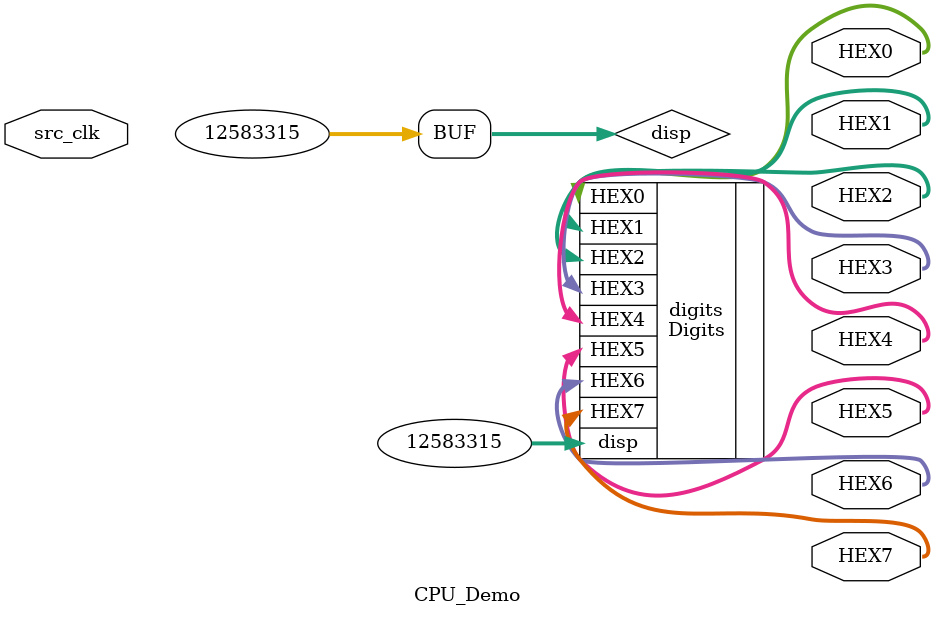
<source format=v>
module CPU_Demo(
    input src_clk,
    output	[6:0] HEX0,
    output	[6:0] HEX1,
    output	[6:0] HEX2,
    output	[6:0] HEX3,
    output	[6:0] HEX4,
    output	[6:0] HEX5,
    output	[6:0] HEX6,	
    output	[6:0] HEX7 
);

reg [31:0] disp=32'h00c00193;

Digits digits(
    .disp(disp),
    
    .HEX0(HEX0),
    .HEX1(HEX1),
    .HEX2(HEX2),
    .HEX3(HEX3),

    .HEX4(HEX4),
    .HEX5(HEX5),
    .HEX6(HEX6),
    .HEX7(HEX7)
);

endmodule
</source>
